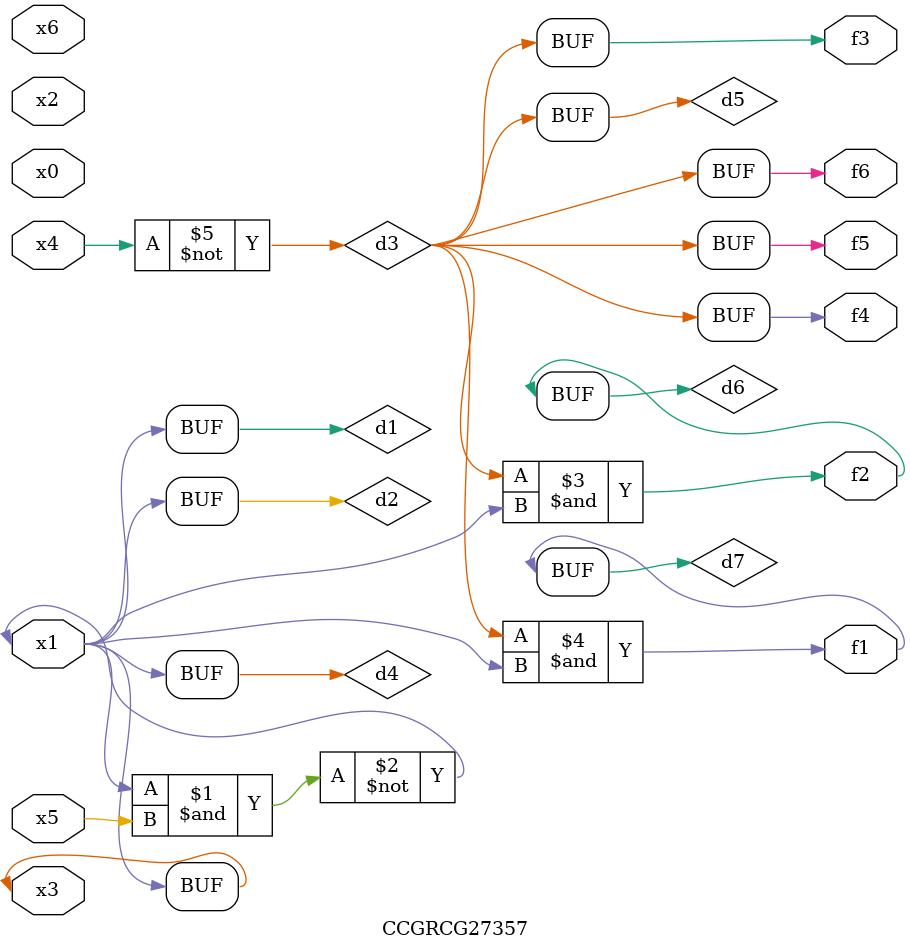
<source format=v>
module CCGRCG27357(
	input x0, x1, x2, x3, x4, x5, x6,
	output f1, f2, f3, f4, f5, f6
);

	wire d1, d2, d3, d4, d5, d6, d7;

	buf (d1, x1, x3);
	nand (d2, x1, x5);
	not (d3, x4);
	buf (d4, d1, d2);
	buf (d5, d3);
	and (d6, d3, d4);
	and (d7, d3, d4);
	assign f1 = d7;
	assign f2 = d6;
	assign f3 = d5;
	assign f4 = d5;
	assign f5 = d5;
	assign f6 = d5;
endmodule

</source>
